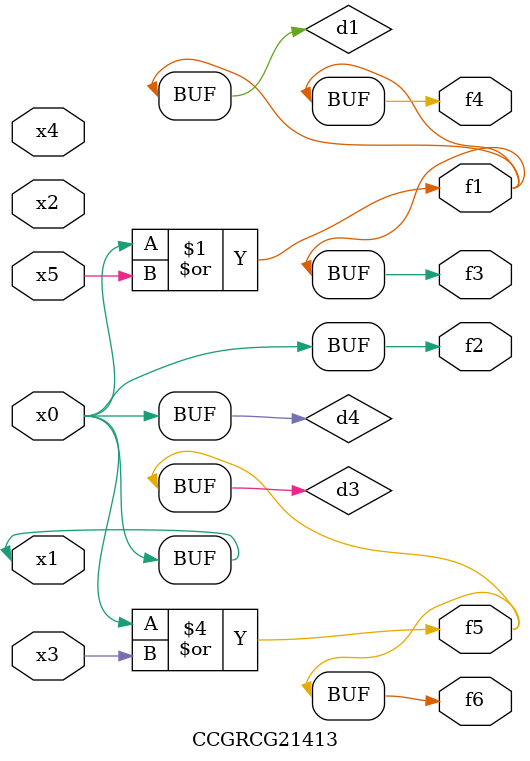
<source format=v>
module CCGRCG21413(
	input x0, x1, x2, x3, x4, x5,
	output f1, f2, f3, f4, f5, f6
);

	wire d1, d2, d3, d4;

	or (d1, x0, x5);
	xnor (d2, x1, x4);
	or (d3, x0, x3);
	buf (d4, x0, x1);
	assign f1 = d1;
	assign f2 = d4;
	assign f3 = d1;
	assign f4 = d1;
	assign f5 = d3;
	assign f6 = d3;
endmodule

</source>
